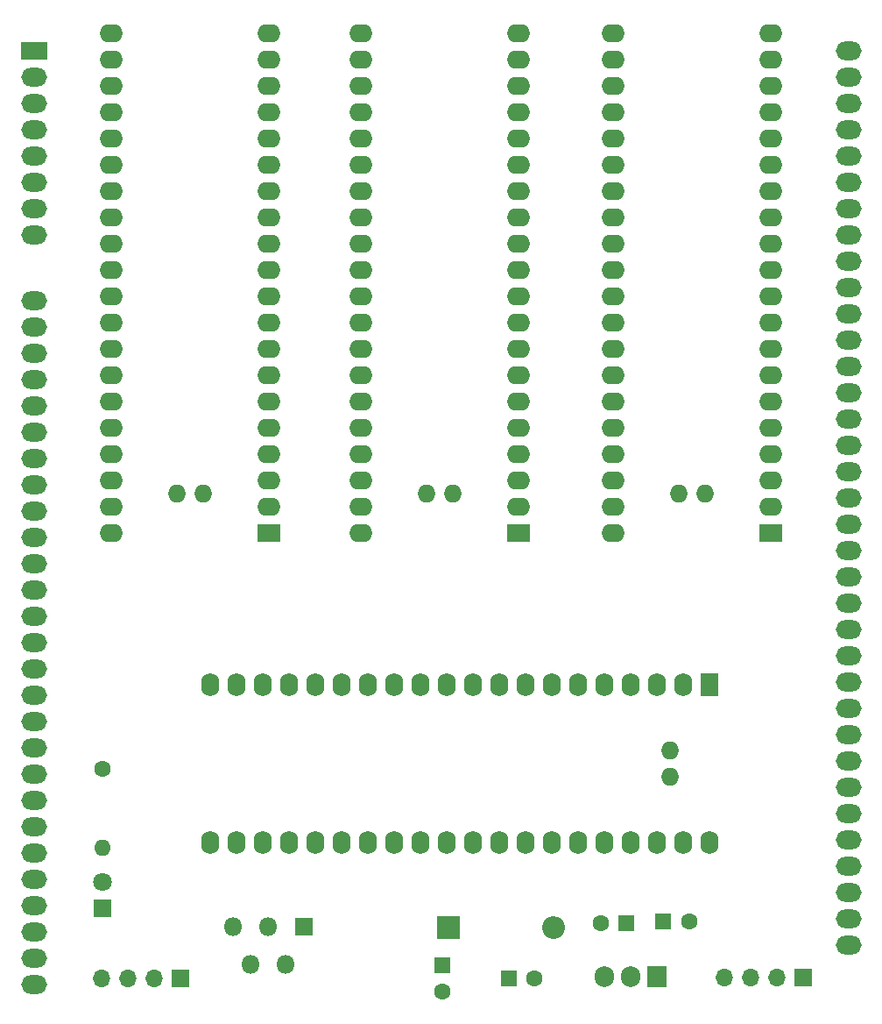
<source format=gbs>
G04 #@! TF.GenerationSoftware,KiCad,Pcbnew,7.0.11-7.0.11~ubuntu22.04.1*
G04 #@! TF.CreationDate,2024-07-25T22:24:47-03:00*
G04 #@! TF.ProjectId,Aquisicao_STM_Barramento_v01,41717569-7369-4636-916f-5f53544d5f42,V01*
G04 #@! TF.SameCoordinates,Original*
G04 #@! TF.FileFunction,Soldermask,Bot*
G04 #@! TF.FilePolarity,Negative*
%FSLAX46Y46*%
G04 Gerber Fmt 4.6, Leading zero omitted, Abs format (unit mm)*
G04 Created by KiCad (PCBNEW 7.0.11-7.0.11~ubuntu22.04.1) date 2024-07-25 22:24:47*
%MOMM*%
%LPD*%
G01*
G04 APERTURE LIST*
%ADD10C,1.600000*%
%ADD11O,1.600000X1.600000*%
%ADD12C,1.800000*%
%ADD13R,1.800000X1.800000*%
%ADD14R,1.700000X1.700000*%
%ADD15O,1.700000X1.700000*%
%ADD16R,2.250000X1.727200*%
%ADD17O,2.250000X1.727200*%
%ADD18O,1.727200X1.727200*%
%ADD19R,1.600000X1.600000*%
%ADD20O,1.800000X1.800000*%
%ADD21R,1.905000X2.000000*%
%ADD22O,1.905000X2.000000*%
%ADD23O,2.500000X1.800000*%
%ADD24R,2.500000X1.800000*%
%ADD25R,1.727200X2.250000*%
%ADD26O,1.727200X2.250000*%
%ADD27R,2.200000X2.200000*%
%ADD28O,2.200000X2.200000*%
G04 APERTURE END LIST*
D10*
X113284000Y-126492000D03*
D11*
X113284000Y-134112000D03*
D12*
X113284000Y-137414000D03*
D13*
X113284000Y-139954000D03*
D14*
X181050000Y-146625000D03*
D15*
X178510000Y-146625000D03*
X175970000Y-146625000D03*
X173430000Y-146625000D03*
D16*
X129420000Y-103710800D03*
D17*
X129420000Y-101170800D03*
X129420000Y-98630800D03*
X129420000Y-96090800D03*
X129420000Y-93550800D03*
X129420000Y-91010800D03*
X129420000Y-88470800D03*
X129420000Y-85930800D03*
X129420000Y-83390800D03*
X129420000Y-80850800D03*
X129420000Y-78310800D03*
X129420000Y-75770800D03*
X129420000Y-73230800D03*
X129420000Y-70690800D03*
X129420000Y-68150800D03*
X129420000Y-65610800D03*
X129420000Y-63070800D03*
X129420000Y-60530800D03*
X129420000Y-57990800D03*
X129420000Y-55450800D03*
X114180000Y-55450800D03*
X114180000Y-57990800D03*
X114180000Y-60530800D03*
X114180000Y-63070800D03*
X114180000Y-65610800D03*
X114180000Y-68150800D03*
X114180000Y-70690800D03*
X114180000Y-73230800D03*
X114180000Y-75770800D03*
X114180000Y-78310800D03*
X114180000Y-80850800D03*
X114180000Y-83390800D03*
X114180000Y-85930800D03*
X114180000Y-88470800D03*
X114180000Y-91010800D03*
X114180000Y-93550800D03*
X114180000Y-96090800D03*
X114180000Y-98630800D03*
X114180000Y-101170800D03*
X114180000Y-103761600D03*
D18*
X120520000Y-99900800D03*
X123060000Y-99900800D03*
D19*
X146180000Y-145478000D03*
D10*
X146180000Y-147978000D03*
D13*
X132736000Y-141700000D03*
D20*
X131036000Y-145400000D03*
X129336000Y-141700000D03*
X127636000Y-145400000D03*
X125936000Y-141700000D03*
D21*
X166890000Y-146550000D03*
D22*
X164350000Y-146550000D03*
X161810000Y-146550000D03*
D23*
X185420000Y-57150000D03*
X185420000Y-59690000D03*
X185420000Y-62230000D03*
X185420000Y-64770000D03*
X185420000Y-67310000D03*
X185420000Y-69850000D03*
X185420000Y-72390000D03*
X185420000Y-74930000D03*
X185420000Y-77470000D03*
X185420000Y-80010000D03*
X185420000Y-82550000D03*
X185420000Y-85090000D03*
X185420000Y-87630000D03*
X185420000Y-90170000D03*
X185420000Y-92710000D03*
X185420000Y-95250000D03*
X185420000Y-97790000D03*
X185420000Y-100330000D03*
X185420000Y-102870000D03*
X185420000Y-105410000D03*
X185420000Y-107950000D03*
X185420000Y-110490000D03*
X185420000Y-113030000D03*
X185420000Y-115570000D03*
X185420000Y-118110000D03*
X185420000Y-120650000D03*
X185420000Y-123190000D03*
X185420000Y-125730000D03*
X185420000Y-128270000D03*
X185420000Y-130810000D03*
X185420000Y-133350000D03*
X185420000Y-135890000D03*
X185420000Y-138430000D03*
X185420000Y-140970000D03*
X185420000Y-143510000D03*
D24*
X106680000Y-57150000D03*
D23*
X106680000Y-59690000D03*
X106680000Y-62230000D03*
X106680000Y-64770000D03*
X106680000Y-67310000D03*
X106680000Y-69850000D03*
X106680000Y-72390000D03*
X106680000Y-74930000D03*
X106680000Y-81280000D03*
X106680000Y-83820000D03*
X106680000Y-86360000D03*
X106680000Y-88900000D03*
X106680000Y-91440000D03*
X106680000Y-93980000D03*
X106680000Y-96520000D03*
X106680000Y-99060000D03*
X106680000Y-101600000D03*
X106680000Y-104140000D03*
X106680000Y-106680000D03*
X106680000Y-109220000D03*
X106680000Y-111760000D03*
X106680000Y-114300000D03*
X106680000Y-116840000D03*
X106680000Y-119380000D03*
X106680000Y-121920000D03*
X106680000Y-124460000D03*
X106680000Y-127000000D03*
X106680000Y-129540000D03*
X106680000Y-132080000D03*
X106680000Y-134620000D03*
X106680000Y-137160000D03*
X106680000Y-139700000D03*
X106680000Y-142240000D03*
X106680000Y-144780000D03*
X106680000Y-147320000D03*
D25*
X171958000Y-118354000D03*
D26*
X169418000Y-118354000D03*
X166878000Y-118354000D03*
X164338000Y-118354000D03*
X161798000Y-118354000D03*
X159258000Y-118354000D03*
X156718000Y-118354000D03*
X154178000Y-118354000D03*
X151638000Y-118354000D03*
X149098000Y-118354000D03*
X146558000Y-118354000D03*
X144018000Y-118354000D03*
X141478000Y-118354000D03*
X138938000Y-118354000D03*
X136398000Y-118354000D03*
X133858000Y-118354000D03*
X131318000Y-118354000D03*
X128778000Y-118354000D03*
X126238000Y-118354000D03*
X123698000Y-118354000D03*
X123698000Y-133594000D03*
X126238000Y-133594000D03*
X128778000Y-133594000D03*
X131318000Y-133594000D03*
X133858000Y-133594000D03*
X136398000Y-133594000D03*
X138938000Y-133594000D03*
X141478000Y-133594000D03*
X144018000Y-133594000D03*
X146558000Y-133594000D03*
X149098000Y-133594000D03*
X151638000Y-133594000D03*
X154178000Y-133594000D03*
X156718000Y-133594000D03*
X159258000Y-133594000D03*
X161798000Y-133594000D03*
X164338000Y-133594000D03*
X166878000Y-133594000D03*
X169418000Y-133594000D03*
X172008800Y-133594000D03*
D18*
X168148000Y-127254000D03*
X168148000Y-124714000D03*
D19*
X167521100Y-141250000D03*
D10*
X170021100Y-141250000D03*
D27*
X146754000Y-141833000D03*
D28*
X156914000Y-141833000D03*
D19*
X152574900Y-146750000D03*
D10*
X155074900Y-146750000D03*
D16*
X177934000Y-103710800D03*
D17*
X177934000Y-101170800D03*
X177934000Y-98630800D03*
X177934000Y-96090800D03*
X177934000Y-93550800D03*
X177934000Y-91010800D03*
X177934000Y-88470800D03*
X177934000Y-85930800D03*
X177934000Y-83390800D03*
X177934000Y-80850800D03*
X177934000Y-78310800D03*
X177934000Y-75770800D03*
X177934000Y-73230800D03*
X177934000Y-70690800D03*
X177934000Y-68150800D03*
X177934000Y-65610800D03*
X177934000Y-63070800D03*
X177934000Y-60530800D03*
X177934000Y-57990800D03*
X177934000Y-55450800D03*
X162694000Y-55450800D03*
X162694000Y-57990800D03*
X162694000Y-60530800D03*
X162694000Y-63070800D03*
X162694000Y-65610800D03*
X162694000Y-68150800D03*
X162694000Y-70690800D03*
X162694000Y-73230800D03*
X162694000Y-75770800D03*
X162694000Y-78310800D03*
X162694000Y-80850800D03*
X162694000Y-83390800D03*
X162694000Y-85930800D03*
X162694000Y-88470800D03*
X162694000Y-91010800D03*
X162694000Y-93550800D03*
X162694000Y-96090800D03*
X162694000Y-98630800D03*
X162694000Y-101170800D03*
X162694000Y-103761600D03*
D18*
X169034000Y-99900800D03*
X171574000Y-99900800D03*
D19*
X163955000Y-141378000D03*
D10*
X161455000Y-141378000D03*
D14*
X120870000Y-146700000D03*
D15*
X118330000Y-146700000D03*
X115790000Y-146700000D03*
X113250000Y-146700000D03*
D16*
X153550000Y-103710800D03*
D17*
X153550000Y-101170800D03*
X153550000Y-98630800D03*
X153550000Y-96090800D03*
X153550000Y-93550800D03*
X153550000Y-91010800D03*
X153550000Y-88470800D03*
X153550000Y-85930800D03*
X153550000Y-83390800D03*
X153550000Y-80850800D03*
X153550000Y-78310800D03*
X153550000Y-75770800D03*
X153550000Y-73230800D03*
X153550000Y-70690800D03*
X153550000Y-68150800D03*
X153550000Y-65610800D03*
X153550000Y-63070800D03*
X153550000Y-60530800D03*
X153550000Y-57990800D03*
X153550000Y-55450800D03*
X138310000Y-55450800D03*
X138310000Y-57990800D03*
X138310000Y-60530800D03*
X138310000Y-63070800D03*
X138310000Y-65610800D03*
X138310000Y-68150800D03*
X138310000Y-70690800D03*
X138310000Y-73230800D03*
X138310000Y-75770800D03*
X138310000Y-78310800D03*
X138310000Y-80850800D03*
X138310000Y-83390800D03*
X138310000Y-85930800D03*
X138310000Y-88470800D03*
X138310000Y-91010800D03*
X138310000Y-93550800D03*
X138310000Y-96090800D03*
X138310000Y-98630800D03*
X138310000Y-101170800D03*
X138310000Y-103761600D03*
D18*
X144650000Y-99900800D03*
X147190000Y-99900800D03*
M02*

</source>
